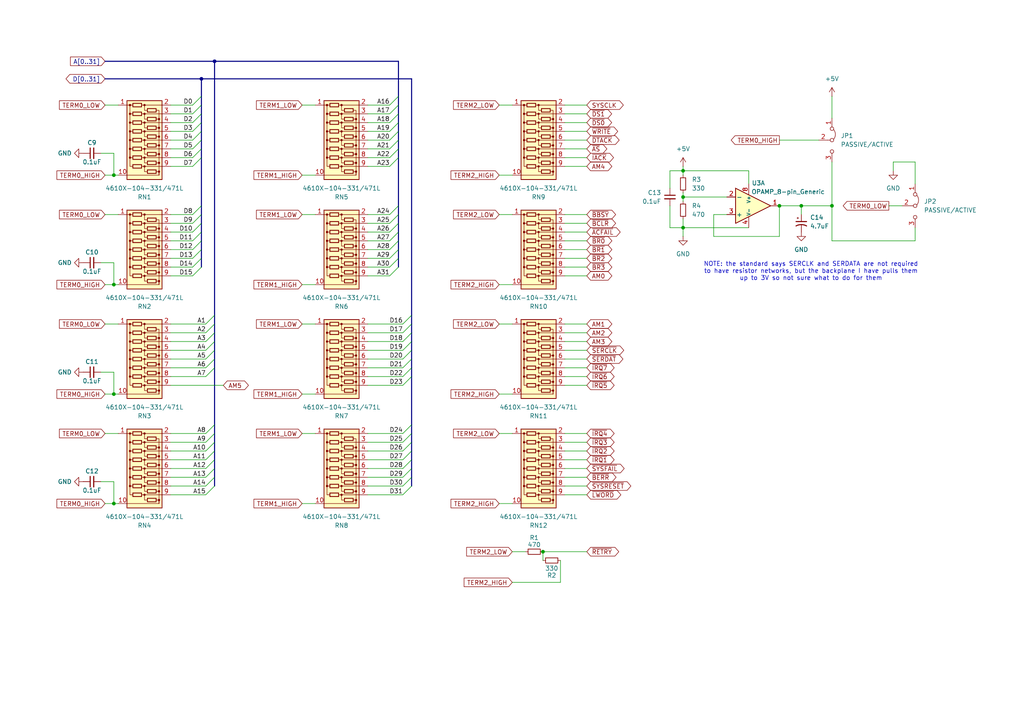
<source format=kicad_sch>
(kicad_sch (version 20231120) (generator "eeschema") (generator_version "8.0")
  (paper "A4")
  (title_block (title "6-Slot Backplane") (rev "1"))
  (lib_symbols
    (symbol "Computie_Transceivers:R_Network_Dividers_x08_SIP_Small" (pin_names (offset 0) hide)
      (property "Reference" "RN" (at -12.7 0 90))
      (property "Value" "R_Network_Dividers_x08_SIP_Small" (at 12.7 0 90))
      (symbol "R_Network_Dividers_x08_SIP_Small_0_1"
        (rectangle (start -11.43 5.08) (end 11.43 -5.08) (stroke (width 0.254)) (fill (type background)))
        (rectangle (start -10.668 3.3782) (end -9.652 0.8382) (stroke (width 0.254)))
        (circle (center -10.16 0) (radius 0.254) (fill (type outline)))
        (circle (center -10.16 4.2164) (radius 0.254) (fill (type outline)))
        (rectangle (start -9.144 -3.3782) (end -8.128 -0.8382) (stroke (width 0.254)))
        (rectangle (start -8.128 3.3782) (end -7.112 0.8382) (stroke (width 0.254)))
        (circle (center -7.62 0) (radius 0.254) (fill (type outline)))
        (circle (center -7.62 4.2164) (radius 0.254) (fill (type outline)))
        (rectangle (start -6.604 -3.3782) (end -5.588 -0.8382) (stroke (width 0.254)))
        (circle (center -6.096 -4.2164) (radius 0.254) (fill (type outline)))
        (rectangle (start -5.588 3.3782) (end -4.572 0.8382) (stroke (width 0.254)))
        (circle (center -5.08 0) (radius 0.254) (fill (type outline)))
        (circle (center -5.08 4.2164) (radius 0.254) (fill (type outline)))
        (rectangle (start -4.064 -3.3782) (end -3.048 -0.8382) (stroke (width 0.254)))
        (circle (center -3.556 -4.2164) (radius 0.254) (fill (type outline)))
        (rectangle (start -3.048 3.3782) (end -2.032 0.8382) (stroke (width 0.254)))
        (circle (center -2.54 0) (radius 0.254) (fill (type outline)))
        (circle (center -2.54 4.2164) (radius 0.254) (fill (type outline)))
        (rectangle (start -1.524 -3.3782) (end -0.508 -0.8382) (stroke (width 0.254)))
        (circle (center -1.016 -4.2164) (radius 0.254) (fill (type outline)))
        (rectangle (start -0.508 3.3782) (end 0.508 0.8382) (stroke (width 0.254)))
        (polyline (pts (xy -10.16 -5.08) (xy -10.16 0.8382)))
        (polyline (pts (xy -10.16 5.08) (xy -10.16 3.3782)))
        (polyline (pts (xy -8.89 -3.81) (xy -8.89 -3.81)))
        (polyline (pts (xy -7.621 4.216) (xy -7.621 3.368)))
        (polyline (pts (xy -7.62 -5.08) (xy -7.62 0.8382)))
        (polyline (pts (xy -5.08 -5.08) (xy -5.08 0.8382)))
        (polyline (pts (xy -2.544 4.215) (xy -2.544 3.372)))
        (polyline (pts (xy -2.54 -5.08) (xy -2.54 0.8382)))
        (polyline (pts (xy 0 -5.08) (xy 0 0.8382)))
        (polyline (pts (xy 2.54 -5.08) (xy 2.54 0.8382)))
        (polyline (pts (xy 5.08 -5.08) (xy 5.08 0.8382)))
        (polyline (pts (xy 6.61 -4.209) (xy 6.61 -3.358)))
        (polyline (pts (xy 7.62 -5.08) (xy 7.62 0.8382)))
        (polyline (pts (xy 10.16 -4.2164) (xy 10.16 5.08)))
        (polyline (pts (xy -10.16 0) (xy -8.636 0) (xy -8.636 -0.8382)))
        (polyline (pts (xy -10.16 4.2164) (xy -5.08 4.2164) (xy -5.08 3.3782)))
        (polyline (pts (xy -7.62 0) (xy -6.096 0) (xy -6.096 -0.8382)))
        (polyline (pts (xy -6.096 -4.206) (xy -8.644 -4.206) (xy -8.644 -3.371)))
        (polyline (pts (xy -5.08 0) (xy -3.556 0) (xy -3.556 -0.8382)))
        (polyline (pts (xy -5.08 4.2164) (xy 0 4.2164) (xy 0 3.3782)))
        (polyline (pts (xy -3.55 -4.203) (xy -6.096 -4.203) (xy -6.096 -3.354)))
        (polyline (pts (xy -2.54 0) (xy -1.016 0) (xy -1.016 -0.8382)))
        (polyline (pts (xy -2.54 4.2164) (xy 2.54 4.2164) (xy 2.54 3.3782)))
        (polyline (pts (xy -1.016 -4.203) (xy -3.553 -4.203) (xy -3.553 -3.377)))
        (polyline (pts (xy 0 0) (xy 1.524 0) (xy 1.524 -0.8382)))
        (polyline (pts (xy 0 4.2164) (xy 5.08 4.2164) (xy 5.08 3.3782)))
        (polyline (pts (xy 1.519 -4.209) (xy -1.018 -4.209) (xy -1.018 -3.374)))
        (polyline (pts (xy 2.54 0) (xy 4.064 0) (xy 4.064 -0.8382)))
        (polyline (pts (xy 2.54 4.2164) (xy 7.62 4.2164) (xy 7.62 3.3782)))
        (polyline (pts (xy 4.063 -4.213) (xy 1.52 -4.213) (xy 1.52 -3.367)))
        (polyline (pts (xy 4.064 -3.3782) (xy 4.064 -4.2164) (xy 10.16 -4.2164)))
        (polyline (pts (xy 5.08 0) (xy 6.604 0) (xy 6.604 -0.8382)))
        (polyline (pts (xy 7.62 0) (xy 9.144 0) (xy 9.144 -0.8382)))
        (polyline (pts (xy 9.144 -3.3782) (xy 9.144 -4.2164) (xy 10.16 -4.2164)))
        (circle (center 0 0) (radius 0.254) (fill (type outline)))
        (circle (center 0 4.2164) (radius 0.254) (fill (type outline)))
        (rectangle (start 1.016 -3.3782) (end 2.032 -0.8382) (stroke (width 0.254)))
        (circle (center 1.524 -4.2164) (radius 0.254) (fill (type outline)))
        (rectangle (start 2.032 3.3782) (end 3.048 0.8382) (stroke (width 0.254)))
        (circle (center 2.54 0) (radius 0.254) (fill (type outline)))
        (circle (center 2.54 4.2164) (radius 0.254) (fill (type outline)))
        (rectangle (start 3.556 -3.3782) (end 4.572 -0.8382) (stroke (width 0.254)))
        (circle (center 4.064 -4.2164) (radius 0.254) (fill (type outline)))
        (rectangle (start 4.572 3.3782) (end 5.588 0.8382) (stroke (width 0.254)))
        (circle (center 5.08 0) (radius 0.254) (fill (type outline)))
        (circle (center 5.08 4.2164) (radius 0.254) (fill (type outline)))
        (rectangle (start 6.096 -3.3782) (end 7.112 -0.8382) (stroke (width 0.254)))
        (circle (center 6.604 -4.2164) (radius 0.254) (fill (type outline)))
        (rectangle (start 7.112 3.3782) (end 8.128 0.8382) (stroke (width 0.254)))
        (circle (center 7.62 0) (radius 0.254) (fill (type outline)))
        (rectangle (start 8.636 -3.3782) (end 9.652 -0.8382) (stroke (width 0.254)))
        (circle (center 9.144 -4.2164) (radius 0.254) (fill (type outline)))
      )
      (symbol "R_Network_Dividers_x08_SIP_Small_1_1"
        (pin passive line (at -10.16 7.62 270) (length 2.54) (name "COM1") (number "1"))
        (pin passive line (at 10.16 7.62 270) (length 2.54) (name "COM2") (number "10"))
        (pin passive line (at -10.16 -7.62 90) (length 2.54) (name "R1") (number "2"))
        (pin passive line (at -7.62 -7.62 90) (length 2.54) (name "R2") (number "3"))
        (pin passive line (at -5.08 -7.62 90) (length 2.54) (name "R3") (number "4"))
        (pin passive line (at -2.54 -7.62 90) (length 2.54) (name "R4") (number "5"))
        (pin passive line (at 0 -7.62 90) (length 2.54) (name "R5") (number "6"))
        (pin passive line (at 2.54 -7.62 90) (length 2.54) (name "R6") (number "7"))
        (pin passive line (at 5.08 -7.62 90) (length 2.54) (name "R7") (number "8"))
        (pin passive line (at 7.62 -7.62 90) (length 2.54) (name "R8") (number "9"))
      )
    )
    (symbol "Device:C_Polarized_Small_US" (pin_numbers hide) (pin_names (offset 0.254) hide)
      (property "Reference" "C" (at 0.254 1.778 0))
      (property "Value" "C_Polarized_Small_US" (at 0.254 -2.032 0))
      (symbol "C_Polarized_Small_US_0_1"
        (polyline (pts (xy -1.524 0.508) (xy 1.524 0.508)) (stroke (width 0.3048)))
        (polyline (pts (xy -1.27 1.524) (xy -0.762 1.524)))
        (polyline (pts (xy -1.016 1.27) (xy -1.016 1.778)))
        (arc (start 1.524 -0.762) (mid 0 -0.3734) (end -1.524 -0.762) (stroke (width 0.3048)))
      )
      (symbol "C_Polarized_Small_US_1_1"
        (pin passive line (at 0 2.54 270) (length 2.032) (name "~") (number "1"))
        (pin passive line (at 0 -2.54 90) (length 2.032) (name "~") (number "2"))
      )
    )
    (symbol "Device:C_Small" (pin_numbers hide) (pin_names (offset 0.254) hide)
      (property "Reference" "C" (at 0.254 1.778 0))
      (property "Value" "C_Small" (at 0.254 -2.032 0))
      (symbol "C_Small_0_1"
        (polyline (pts (xy -1.524 -0.508) (xy 1.524 -0.508)) (stroke (width 0.3302)))
        (polyline (pts (xy -1.524 0.508) (xy 1.524 0.508)) (stroke (width 0.3048)))
      )
      (symbol "C_Small_1_1"
        (pin passive line (at 0 2.54 270) (length 2.032) (name "~") (number "1"))
        (pin passive line (at 0 -2.54 90) (length 2.032) (name "~") (number "2"))
      )
    )
    (symbol "Device:R_Small" (pin_numbers hide) (pin_names (offset 0.254) hide)
      (property "Reference" "R" (at 0.762 0.508 0))
      (property "Value" "R_Small" (at 0.762 -1.016 0))
      (symbol "R_Small_0_1"
        (rectangle (start -0.762 1.778) (end 0.762 -1.778) (stroke (width 0.2032)))
      )
      (symbol "R_Small_1_1"
        (pin passive line (at 0 2.54 270) (length 0.762) (name "~") (number "1"))
        (pin passive line (at 0 -2.54 90) (length 0.762) (name "~") (number "2"))
      )
    )
    (symbol "Jumper:Jumper_3_Bridged12" (pin_names (offset 0) hide) (exclude_from_sim yes) (in_bom no)
      (property "Reference" "JP" (at -2.54 -2.54 0))
      (property "Value" "Jumper_3_Bridged12" (at 0 2.794 0))
      (symbol "Jumper_3_Bridged12_0_0"
        (circle (center -3.302 0) (radius 0.508))
        (circle (center 0 0) (radius 0.508))
        (circle (center 3.302 0) (radius 0.508))
      )
      (symbol "Jumper_3_Bridged12_0_1"
        (arc (start -0.254 0.508) (mid -1.651 0.9912) (end -3.048 0.508))
        (polyline (pts (xy 0 -1.27) (xy 0 -0.508)))
      )
      (symbol "Jumper_3_Bridged12_1_1"
        (pin passive line (at -6.35 0 0) (length 2.54) (name "A") (number "1"))
        (pin passive line (at 0 -3.81 90) (length 2.54) (name "C") (number "2"))
        (pin passive line (at 6.35 0 180) (length 2.54) (name "B") (number "3"))
      )
    )
    (symbol "PCM_Amplifier_Operational_AKL:OPAMP_Dual_Generic" (pin_names (offset 0.2))
      (property "Reference" "U" (at 1.27 6.35 0))
      (property "Value" "OPAMP_Dual_Generic" (at 1.27 3.81 0))
      (symbol "OPAMP_Dual_Generic_0_1"
        (polyline (pts (xy -3.81 5.08) (xy -3.81 -5.08) (xy 6.35 0) (xy -3.81 5.08)) (stroke (width 0.254)) (fill (type background)))
      )
      (symbol "OPAMP_Dual_Generic_1_1"
        (pin output line (at 8.89 0 180) (length 2.54) (name "~") (number "1"))
        (pin input line (at -6.35 2.54 0) (length 2.54) (name "-") (number "2"))
        (pin input line (at -6.35 -2.54 0) (length 2.54) (name "+") (number "3"))
        (pin power_in line (at 0 -6.35 90) (length 3.18) (name "V-") (number "4"))
        (pin power_in line (at 0 6.35 270) (length 3.18) (name "V+") (number "8"))
      )
      (symbol "OPAMP_Dual_Generic_2_1"
        (pin input line (at -6.35 -2.54 0) (length 2.54) (name "+") (number "5"))
        (pin input line (at -6.35 2.54 0) (length 2.54) (name "-") (number "6"))
        (pin output line (at 8.89 0 180) (length 2.54) (name "~") (number "7"))
      )
    )
    (symbol "power:+5V" (power) (pin_numbers hide) (pin_names (offset 0) hide)
      (property "Value" "+5V" (at 0 3.556 0))
      (symbol "+5V_0_1"
        (polyline (pts (xy -0.762 1.27) (xy 0 2.54)))
        (polyline (pts (xy 0 0) (xy 0 2.54)))
        (polyline (pts (xy 0 2.54) (xy 0.762 1.27)))
      )
      (symbol "+5V_1_1"
        (pin power_in line (at 0 0 90) (length 0) (name "~") (number "1"))
      )
    )
    (symbol "power:GND" (power) (pin_numbers hide) (pin_names (offset 0) hide)
      (property "Value" "GND" (at 0 -3.81 0))
      (symbol "GND_0_1"
        (polyline (pts (xy 0 0) (xy 0 -1.27) (xy 1.27 -1.27) (xy 0 -2.54) (xy -1.27 -1.27) (xy 0 -1.27)))
      )
      (symbol "GND_1_1"
        (pin power_in line (at 0 0 270) (length 0) (name "~") (number "1"))
      )
    )
  )
  (junction (at 198.12 57.15))
  (junction (at 226.06 59.69))
  (junction (at 58.42 22.86))
  (junction (at 62.23 17.78))
  (junction (at 198.12 66.04))
  (junction (at 241.3 59.69))
  (junction (at 33.02 146.05))
  (junction (at 157.48 160.02))
  (junction (at 232.41 59.69))
  (junction (at 33.02 82.55))
  (junction (at 198.12 49.53))
  (junction (at 33.02 114.3))
  (junction (at 33.02 50.8))
  (bus_entry (at 113.03 80.01) (size 2.54 -2.54))
  (bus_entry (at 113.03 69.85) (size 2.54 -2.54))
  (bus_entry (at 116.84 130.81) (size 2.54 -2.54))
  (bus_entry (at 55.88 64.77) (size 2.54 -2.54))
  (bus_entry (at 55.88 33.02) (size 2.54 -2.54))
  (bus_entry (at 59.69 106.68) (size 2.54 -2.54))
  (bus_entry (at 116.84 128.27) (size 2.54 -2.54))
  (bus_entry (at 113.03 74.93) (size 2.54 -2.54))
  (bus_entry (at 55.88 74.93) (size 2.54 -2.54))
  (bus_entry (at 59.69 99.06) (size 2.54 -2.54))
  (bus_entry (at 55.88 43.18) (size 2.54 -2.54))
  (bus_entry (at 116.84 111.76) (size 2.54 -2.54))
  (bus_entry (at 59.69 93.98) (size 2.54 -2.54))
  (bus_entry (at 113.03 67.31) (size 2.54 -2.54))
  (bus_entry (at 116.84 104.14) (size 2.54 -2.54))
  (bus_entry (at 55.88 45.72) (size 2.54 -2.54))
  (bus_entry (at 113.03 72.39) (size 2.54 -2.54))
  (bus_entry (at 113.03 40.64) (size 2.54 -2.54))
  (bus_entry (at 55.88 62.23) (size 2.54 -2.54))
  (bus_entry (at 116.84 140.97) (size 2.54 -2.54))
  (bus_entry (at 113.03 43.18) (size 2.54 -2.54))
  (bus_entry (at 116.84 101.6) (size 2.54 -2.54))
  (bus_entry (at 116.84 93.98) (size 2.54 -2.54))
  (bus_entry (at 55.88 80.01) (size 2.54 -2.54))
  (bus_entry (at 59.69 138.43) (size 2.54 -2.54))
  (bus_entry (at 113.03 62.23) (size 2.54 -2.54))
  (bus_entry (at 113.03 35.56) (size 2.54 -2.54))
  (bus_entry (at 59.69 133.35) (size 2.54 -2.54))
  (bus_entry (at 55.88 38.1) (size 2.54 -2.54))
  (bus_entry (at 113.03 77.47) (size 2.54 -2.54))
  (bus_entry (at 59.69 143.51) (size 2.54 -2.54))
  (bus_entry (at 59.69 104.14) (size 2.54 -2.54))
  (bus_entry (at 59.69 125.73) (size 2.54 -2.54))
  (bus_entry (at 116.84 133.35) (size 2.54 -2.54))
  (bus_entry (at 55.88 48.26) (size 2.54 -2.54))
  (bus_entry (at 116.84 96.52) (size 2.54 -2.54))
  (bus_entry (at 116.84 143.51) (size 2.54 -2.54))
  (bus_entry (at 59.69 135.89) (size 2.54 -2.54))
  (bus_entry (at 113.03 45.72) (size 2.54 -2.54))
  (bus_entry (at 116.84 109.22) (size 2.54 -2.54))
  (bus_entry (at 59.69 101.6) (size 2.54 -2.54))
  (bus_entry (at 116.84 138.43) (size 2.54 -2.54))
  (bus_entry (at 55.88 67.31) (size 2.54 -2.54))
  (bus_entry (at 116.84 125.73) (size 2.54 -2.54))
  (bus_entry (at 55.88 77.47) (size 2.54 -2.54))
  (bus_entry (at 113.03 33.02) (size 2.54 -2.54))
  (bus_entry (at 59.69 140.97) (size 2.54 -2.54))
  (bus_entry (at 113.03 30.48) (size 2.54 -2.54))
  (bus_entry (at 116.84 135.89) (size 2.54 -2.54))
  (bus_entry (at 55.88 40.64) (size 2.54 -2.54))
  (bus_entry (at 55.88 69.85) (size 2.54 -2.54))
  (bus_entry (at 55.88 30.48) (size 2.54 -2.54))
  (bus_entry (at 116.84 99.06) (size 2.54 -2.54))
  (bus_entry (at 55.88 35.56) (size 2.54 -2.54))
  (bus_entry (at 113.03 64.77) (size 2.54 -2.54))
  (bus_entry (at 113.03 38.1) (size 2.54 -2.54))
  (bus_entry (at 59.69 130.81) (size 2.54 -2.54))
  (bus_entry (at 59.69 109.22) (size 2.54 -2.54))
  (bus_entry (at 55.88 72.39) (size 2.54 -2.54))
  (bus_entry (at 113.03 48.26) (size 2.54 -2.54))
  (bus_entry (at 59.69 96.52) (size 2.54 -2.54))
  (bus_entry (at 59.69 128.27) (size 2.54 -2.54))
  (bus_entry (at 116.84 106.68) (size 2.54 -2.54))
  (bus (pts (xy 115.57 69.85) (xy 115.57 72.39)))
  (bus (pts (xy 119.38 125.73) (xy 119.38 128.27)))
  (bus (pts (xy 119.38 135.89) (xy 119.38 138.43)))
  (wire (pts (xy 241.3 69.85) (xy 241.3 59.69)))
  (wire (pts (xy 49.53 135.89) (xy 59.69 135.89)))
  (wire (pts (xy 148.59 160.02) (xy 152.4 160.02)))
  (wire (pts (xy 49.53 96.52) (xy 59.69 96.52)))
  (wire (pts (xy 241.3 59.69) (xy 241.3 46.99)))
  (wire (pts (xy 49.53 43.18) (xy 55.88 43.18)))
  (bus (pts (xy 115.57 45.72) (xy 115.57 59.69)))
  (wire (pts (xy 163.83 80.01) (xy 170.18 80.01)))
  (bus (pts (xy 62.23 106.68) (xy 62.23 104.14)))
  (wire (pts (xy 163.83 109.22) (xy 170.18 109.22)))
  (wire (pts (xy 106.68 43.18) (xy 113.03 43.18)))
  (bus (pts (xy 30.48 22.86) (xy 58.42 22.86)))
  (bus (pts (xy 58.42 30.48) (xy 58.42 33.02)))
  (wire (pts (xy 49.53 93.98) (xy 59.69 93.98)))
  (wire (pts (xy 49.53 64.77) (xy 55.88 64.77)))
  (bus (pts (xy 119.38 109.22) (xy 119.38 123.19)))
  (bus (pts (xy 119.38 106.68) (xy 119.38 109.22)))
  (wire (pts (xy 232.41 59.69) (xy 241.3 59.69)))
  (wire (pts (xy 33.02 82.55) (xy 34.29 82.55)))
  (wire (pts (xy 106.68 96.52) (xy 116.84 96.52)))
  (bus (pts (xy 58.42 69.85) (xy 58.42 72.39)))
  (wire (pts (xy 49.53 72.39) (xy 55.88 72.39)))
  (bus (pts (xy 115.57 64.77) (xy 115.57 67.31)))
  (bus (pts (xy 58.42 45.72) (xy 58.42 59.69)))
  (wire (pts (xy 163.83 35.56) (xy 170.18 35.56)))
  (wire (pts (xy 106.68 135.89) (xy 116.84 135.89)))
  (wire (pts (xy 259.08 49.53) (xy 259.08 46.99)))
  (wire (pts (xy 157.48 160.02) (xy 170.18 160.02)))
  (wire (pts (xy 106.68 33.02) (xy 113.03 33.02)))
  (wire (pts (xy 163.83 135.89) (xy 170.18 135.89)))
  (wire (pts (xy 265.43 46.99) (xy 265.43 53.34)))
  (wire (pts (xy 49.53 77.47) (xy 55.88 77.47)))
  (bus (pts (xy 58.42 59.69) (xy 58.42 62.23)))
  (bus (pts (xy 119.38 93.98) (xy 119.38 96.52)))
  (wire (pts (xy 30.48 146.05) (xy 33.02 146.05)))
  (bus (pts (xy 115.57 74.93) (xy 115.57 77.47)))
  (wire (pts (xy 194.31 54.61) (xy 194.31 49.53)))
  (wire (pts (xy 163.83 104.14) (xy 170.18 104.14)))
  (wire (pts (xy 30.48 93.98) (xy 34.29 93.98)))
  (wire (pts (xy 194.31 66.04) (xy 198.12 66.04)))
  (bus (pts (xy 119.38 104.14) (xy 119.38 106.68)))
  (wire (pts (xy 198.12 49.53) (xy 198.12 50.8)))
  (bus (pts (xy 58.42 64.77) (xy 58.42 67.31)))
  (wire (pts (xy 33.02 44.45) (xy 33.02 50.8)))
  (wire (pts (xy 106.68 30.48) (xy 113.03 30.48)))
  (wire (pts (xy 106.68 99.06) (xy 116.84 99.06)))
  (wire (pts (xy 163.83 138.43) (xy 170.18 138.43)))
  (wire (pts (xy 49.53 62.23) (xy 55.88 62.23)))
  (bus (pts (xy 62.23 17.78) (xy 62.23 91.44)))
  (bus (pts (xy 58.42 35.56) (xy 58.42 38.1)))
  (wire (pts (xy 194.31 59.69) (xy 194.31 66.04)))
  (wire (pts (xy 106.68 138.43) (xy 116.84 138.43)))
  (wire (pts (xy 30.48 82.55) (xy 33.02 82.55)))
  (wire (pts (xy 49.53 104.14) (xy 59.69 104.14)))
  (bus (pts (xy 119.38 91.44) (xy 119.38 93.98)))
  (wire (pts (xy 106.68 133.35) (xy 116.84 133.35)))
  (wire (pts (xy 49.53 69.85) (xy 55.88 69.85)))
  (wire (pts (xy 163.83 128.27) (xy 170.18 128.27)))
  (wire (pts (xy 33.02 139.7) (xy 33.02 146.05)))
  (wire (pts (xy 163.83 101.6) (xy 170.18 101.6)))
  (wire (pts (xy 106.68 74.93) (xy 113.03 74.93)))
  (wire (pts (xy 49.53 48.26) (xy 55.88 48.26)))
  (bus (pts (xy 62.23 99.06) (xy 62.23 96.52)))
  (wire (pts (xy 226.06 59.69) (xy 232.41 59.69)))
  (wire (pts (xy 49.53 133.35) (xy 59.69 133.35)))
  (wire (pts (xy 194.31 49.53) (xy 198.12 49.53)))
  (bus (pts (xy 119.38 123.19) (xy 119.38 125.73)))
  (bus (pts (xy 115.57 38.1) (xy 115.57 40.64)))
  (bus (pts (xy 62.23 91.44) (xy 62.23 93.98)))
  (wire (pts (xy 163.83 45.72) (xy 170.18 45.72)))
  (wire (pts (xy 163.83 43.18) (xy 170.18 43.18)))
  (bus (pts (xy 115.57 17.78) (xy 115.57 27.94)))
  (wire (pts (xy 163.83 99.06) (xy 170.18 99.06)))
  (bus (pts (xy 119.38 128.27) (xy 119.38 130.81)))
  (wire (pts (xy 144.78 114.3) (xy 148.59 114.3)))
  (wire (pts (xy 106.68 106.68) (xy 116.84 106.68)))
  (wire (pts (xy 106.68 72.39) (xy 113.03 72.39)))
  (wire (pts (xy 49.53 80.01) (xy 55.88 80.01)))
  (wire (pts (xy 163.83 48.26) (xy 170.18 48.26)))
  (wire (pts (xy 163.83 62.23) (xy 170.18 62.23)))
  (wire (pts (xy 163.83 125.73) (xy 170.18 125.73)))
  (wire (pts (xy 106.68 38.1) (xy 113.03 38.1)))
  (wire (pts (xy 87.63 114.3) (xy 91.44 114.3)))
  (wire (pts (xy 226.06 40.64) (xy 237.49 40.64)))
  (wire (pts (xy 29.21 44.45) (xy 33.02 44.45)))
  (wire (pts (xy 163.83 130.81) (xy 170.18 130.81)))
  (wire (pts (xy 106.68 125.73) (xy 116.84 125.73)))
  (wire (pts (xy 163.83 96.52) (xy 170.18 96.52)))
  (bus (pts (xy 62.23 104.14) (xy 62.23 101.6)))
  (wire (pts (xy 198.12 57.15) (xy 210.82 57.15)))
  (bus (pts (xy 119.38 99.06) (xy 119.38 101.6)))
  (wire (pts (xy 198.12 57.15) (xy 198.12 58.42)))
  (wire (pts (xy 148.59 168.91) (xy 162.56 168.91)))
  (wire (pts (xy 33.02 146.05) (xy 34.29 146.05)))
  (wire (pts (xy 106.68 62.23) (xy 113.03 62.23)))
  (bus (pts (xy 62.23 106.68) (xy 62.23 123.19)))
  (wire (pts (xy 29.21 107.95) (xy 33.02 107.95)))
  (wire (pts (xy 49.53 140.97) (xy 59.69 140.97)))
  (bus (pts (xy 58.42 62.23) (xy 58.42 64.77)))
  (wire (pts (xy 217.17 49.53) (xy 198.12 49.53)))
  (wire (pts (xy 29.21 76.2) (xy 33.02 76.2)))
  (bus (pts (xy 62.23 123.19) (xy 62.23 125.73)))
  (bus (pts (xy 119.38 101.6) (xy 119.38 104.14)))
  (wire (pts (xy 162.56 162.56) (xy 162.56 168.91)))
  (wire (pts (xy 207.01 62.23) (xy 207.01 68.58)))
  (wire (pts (xy 210.82 62.23) (xy 207.01 62.23)))
  (wire (pts (xy 106.68 69.85) (xy 113.03 69.85)))
  (bus (pts (xy 62.23 138.43) (xy 62.23 140.97)))
  (wire (pts (xy 241.3 27.94) (xy 241.3 34.29)))
  (bus (pts (xy 119.38 130.81) (xy 119.38 133.35)))
  (bus (pts (xy 62.23 125.73) (xy 62.23 128.27)))
  (wire (pts (xy 163.83 40.64) (xy 170.18 40.64)))
  (wire (pts (xy 198.12 55.88) (xy 198.12 57.15)))
  (wire (pts (xy 29.21 139.7) (xy 33.02 139.7)))
  (bus (pts (xy 58.42 74.93) (xy 58.42 77.47)))
  (wire (pts (xy 33.02 50.8) (xy 34.29 50.8)))
  (bus (pts (xy 62.23 101.6) (xy 62.23 99.06)))
  (wire (pts (xy 49.53 109.22) (xy 59.69 109.22)))
  (wire (pts (xy 217.17 53.34) (xy 217.17 49.53)))
  (wire (pts (xy 49.53 99.06) (xy 59.69 99.06)))
  (wire (pts (xy 163.83 74.93) (xy 170.18 74.93)))
  (bus (pts (xy 58.42 33.02) (xy 58.42 35.56)))
  (wire (pts (xy 163.83 77.47) (xy 170.18 77.47)))
  (wire (pts (xy 49.53 67.31) (xy 55.88 67.31)))
  (wire (pts (xy 49.53 30.48) (xy 55.88 30.48)))
  (wire (pts (xy 106.68 111.76) (xy 116.84 111.76)))
  (bus (pts (xy 119.38 91.44) (xy 119.38 22.86)))
  (wire (pts (xy 64.77 111.76) (xy 49.53 111.76)))
  (wire (pts (xy 157.48 160.02) (xy 157.48 162.56)))
  (wire (pts (xy 241.3 69.85) (xy 265.43 69.85)))
  (bus (pts (xy 58.42 38.1) (xy 58.42 40.64)))
  (bus (pts (xy 115.57 35.56) (xy 115.57 38.1)))
  (wire (pts (xy 198.12 48.26) (xy 198.12 49.53)))
  (wire (pts (xy 33.02 76.2) (xy 33.02 82.55)))
  (wire (pts (xy 49.53 74.93) (xy 55.88 74.93)))
  (wire (pts (xy 106.68 128.27) (xy 116.84 128.27)))
  (wire (pts (xy 49.53 45.72) (xy 55.88 45.72)))
  (wire (pts (xy 198.12 63.5) (xy 198.12 66.04)))
  (wire (pts (xy 49.53 128.27) (xy 59.69 128.27)))
  (bus (pts (xy 62.23 133.35) (xy 62.23 135.89)))
  (wire (pts (xy 106.68 40.64) (xy 113.03 40.64)))
  (wire (pts (xy 30.48 50.8) (xy 33.02 50.8)))
  (wire (pts (xy 217.17 66.04) (xy 198.12 66.04)))
  (bus (pts (xy 58.42 72.39) (xy 58.42 74.93)))
  (wire (pts (xy 163.83 140.97) (xy 170.18 140.97)))
  (bus (pts (xy 115.57 33.02) (xy 115.57 35.56)))
  (wire (pts (xy 163.83 69.85) (xy 170.18 69.85)))
  (wire (pts (xy 163.83 67.31) (xy 170.18 67.31)))
  (wire (pts (xy 106.68 143.51) (xy 116.84 143.51)))
  (wire (pts (xy 49.53 106.68) (xy 59.69 106.68)))
  (wire (pts (xy 106.68 64.77) (xy 113.03 64.77)))
  (wire (pts (xy 106.68 109.22) (xy 116.84 109.22)))
  (bus (pts (xy 115.57 30.48) (xy 115.57 33.02)))
  (wire (pts (xy 144.78 125.73) (xy 148.59 125.73)))
  (wire (pts (xy 87.63 125.73) (xy 91.44 125.73)))
  (bus (pts (xy 58.42 67.31) (xy 58.42 69.85)))
  (wire (pts (xy 144.78 82.55) (xy 148.59 82.55)))
  (wire (pts (xy 49.53 101.6) (xy 59.69 101.6)))
  (wire (pts (xy 106.68 80.01) (xy 113.03 80.01)))
  (wire (pts (xy 163.83 106.68) (xy 170.18 106.68)))
  (wire (pts (xy 106.68 140.97) (xy 116.84 140.97)))
  (wire (pts (xy 87.63 30.48) (xy 91.44 30.48)))
  (wire (pts (xy 87.63 50.8) (xy 91.44 50.8)))
  (bus (pts (xy 115.57 27.94) (xy 115.57 30.48)))
  (wire (pts (xy 232.41 59.69) (xy 232.41 62.23)))
  (wire (pts (xy 49.53 38.1) (xy 55.88 38.1)))
  (wire (pts (xy 163.83 111.76) (xy 170.18 111.76)))
  (bus (pts (xy 115.57 62.23) (xy 115.57 64.77)))
  (bus (pts (xy 115.57 67.31) (xy 115.57 69.85)))
  (wire (pts (xy 106.68 130.81) (xy 116.84 130.81)))
  (wire (pts (xy 259.08 46.99) (xy 265.43 46.99)))
  (bus (pts (xy 62.23 130.81) (xy 62.23 133.35)))
  (wire (pts (xy 144.78 146.05) (xy 148.59 146.05)))
  (wire (pts (xy 106.68 45.72) (xy 113.03 45.72)))
  (wire (pts (xy 163.83 93.98) (xy 170.18 93.98)))
  (bus (pts (xy 58.42 27.94) (xy 58.42 30.48)))
  (wire (pts (xy 106.68 67.31) (xy 113.03 67.31)))
  (wire (pts (xy 49.53 125.73) (xy 59.69 125.73)))
  (wire (pts (xy 257.81 59.69) (xy 261.62 59.69)))
  (bus (pts (xy 62.23 93.98) (xy 62.23 96.52)))
  (bus (pts (xy 58.42 43.18) (xy 58.42 45.72)))
  (wire (pts (xy 49.53 40.64) (xy 55.88 40.64)))
  (bus (pts (xy 30.48 17.78) (xy 62.23 17.78)))
  (wire (pts (xy 163.83 38.1) (xy 170.18 38.1)))
  (wire (pts (xy 87.63 93.98) (xy 91.44 93.98)))
  (wire (pts (xy 87.63 62.23) (xy 91.44 62.23)))
  (bus (pts (xy 58.42 40.64) (xy 58.42 43.18)))
  (wire (pts (xy 106.68 104.14) (xy 116.84 104.14)))
  (bus (pts (xy 58.42 22.86) (xy 58.42 27.94)))
  (wire (pts (xy 265.43 66.04) (xy 265.43 69.85)))
  (wire (pts (xy 163.83 133.35) (xy 170.18 133.35)))
  (wire (pts (xy 49.53 130.81) (xy 59.69 130.81)))
  (wire (pts (xy 163.83 72.39) (xy 170.18 72.39)))
  (wire (pts (xy 106.68 48.26) (xy 113.03 48.26)))
  (bus (pts (xy 119.38 138.43) (xy 119.38 140.97)))
  (wire (pts (xy 49.53 33.02) (xy 55.88 33.02)))
  (bus (pts (xy 115.57 59.69) (xy 115.57 62.23)))
  (wire (pts (xy 207.01 68.58) (xy 226.06 68.58)))
  (wire (pts (xy 87.63 82.55) (xy 91.44 82.55)))
  (wire (pts (xy 144.78 50.8) (xy 148.59 50.8)))
  (wire (pts (xy 106.68 35.56) (xy 113.03 35.56)))
  (wire (pts (xy 163.83 30.48) (xy 170.18 30.48)))
  (bus (pts (xy 62.23 17.78) (xy 115.57 17.78)))
  (bus (pts (xy 62.23 128.27) (xy 62.23 130.81)))
  (wire (pts (xy 33.02 107.95) (xy 33.02 114.3)))
  (wire (pts (xy 49.53 143.51) (xy 59.69 143.51)))
  (wire (pts (xy 87.63 146.05) (xy 91.44 146.05)))
  (bus (pts (xy 119.38 22.86) (xy 58.42 22.86)))
  (bus (pts (xy 119.38 133.35) (xy 119.38 135.89)))
  (bus (pts (xy 62.23 135.89) (xy 62.23 138.43)))
  (wire (pts (xy 144.78 93.98) (xy 148.59 93.98)))
  (bus (pts (xy 115.57 43.18) (xy 115.57 45.72)))
  (bus (pts (xy 119.38 96.52) (xy 119.38 99.06)))
  (wire (pts (xy 49.53 35.56) (xy 55.88 35.56)))
  (wire (pts (xy 144.78 62.23) (xy 148.59 62.23)))
  (wire (pts (xy 226.06 68.58) (xy 226.06 59.69)))
  (wire (pts (xy 163.83 143.51) (xy 170.18 143.51)))
  (wire (pts (xy 30.48 30.48) (xy 34.29 30.48)))
  (wire (pts (xy 33.02 114.3) (xy 34.29 114.3)))
  (wire (pts (xy 106.68 101.6) (xy 116.84 101.6)))
  (wire (pts (xy 30.48 125.73) (xy 34.29 125.73)))
  (bus (pts (xy 115.57 72.39) (xy 115.57 74.93)))
  (wire (pts (xy 144.78 30.48) (xy 148.59 30.48)))
  (wire (pts (xy 106.68 77.47) (xy 113.03 77.47)))
  (bus (pts (xy 115.57 40.64) (xy 115.57 43.18)))
  (wire (pts (xy 163.83 33.02) (xy 170.18 33.02)))
  (wire (pts (xy 49.53 138.43) (xy 59.69 138.43)))
  (wire (pts (xy 30.48 62.23) (xy 34.29 62.23)))
  (wire (pts (xy 198.12 66.04) (xy 198.12 68.58)))
  (wire (pts (xy 106.68 93.98) (xy 116.84 93.98)))
  (wire (pts (xy 163.83 64.77) (xy 170.18 64.77)))
  (wire (pts (xy 30.48 114.3) (xy 33.02 114.3)))
  (text "NOTE: the standard says SERCLK and SERDATA are not required\nto have resistor networks, but the backplane I have pulls them\nup to 3V so not sure what to do for them" (at 235.204 78.74 0) (effects (font (size 1.27 1.27))))
  (label "A28" (at 113.03 72.39 180))
  (label "D21" (at 116.84 106.68 180))
  (label "D1" (at 55.88 33.02 180))
  (label "D29" (at 116.84 138.43 180))
  (label "D0" (at 55.88 30.48 180))
  (label "A24" (at 113.03 62.23 180))
  (label "D2" (at 55.88 35.56 180))
  (label "A23" (at 113.03 48.26 180))
  (label "D3" (at 55.88 38.1 180))
  (label "A27" (at 113.03 69.85 180))
  (label "D16" (at 116.84 93.98 180))
  (label "A25" (at 113.03 64.77 180))
  (label "D19" (at 116.84 101.6 180))
  (label "D15" (at 55.88 80.01 180))
  (label "A21" (at 113.03 43.18 180))
  (label "D10" (at 55.88 67.31 180))
  (label "A30" (at 113.03 77.47 180))
  (label "A3" (at 59.69 99.06 180))
  (label "D27" (at 116.84 133.35 180))
  (label "D31" (at 116.84 143.51 180))
  (label "A5" (at 59.69 104.14 180))
  (label "D5" (at 55.88 43.18 180))
  (label "A1" (at 59.69 93.98 180))
  (label "D26" (at 116.84 130.81 180))
  (label "A6" (at 59.69 106.68 180))
  (label "D4" (at 55.88 40.64 180))
  (label "A14" (at 59.69 140.97 180))
  (label "A19" (at 113.03 38.1 180))
  (label "D22" (at 116.84 109.22 180))
  (label "A18" (at 113.03 35.56 180))
  (label "A8" (at 59.69 125.73 180))
  (label "A31" (at 113.03 80.01 180))
  (label "D24" (at 116.84 125.73 180))
  (label "A13" (at 59.69 138.43 180))
  (label "A2" (at 59.69 96.52 180))
  (label "D9" (at 55.88 64.77 180))
  (label "A26" (at 113.03 67.31 180))
  (label "D11" (at 55.88 69.85 180))
  (label "D12" (at 55.88 72.39 180))
  (label "D17" (at 116.84 96.52 180))
  (label "D30" (at 116.84 140.97 180))
  (label "A17" (at 113.03 33.02 180))
  (label "D7" (at 55.88 48.26 180))
  (label "D8" (at 55.88 62.23 180))
  (label "A9" (at 59.69 128.27 180))
  (label "D14" (at 55.88 77.47 180))
  (label "D6" (at 55.88 45.72 180))
  (label "D20" (at 116.84 104.14 180))
  (label "D18" (at 116.84 99.06 180))
  (label "A16" (at 113.03 30.48 180))
  (label "A4" (at 59.69 101.6 180))
  (label "A15" (at 59.69 143.51 180))
  (label "A7" (at 59.69 109.22 180))
  (label "A11" (at 59.69 133.35 180))
  (label "D13" (at 55.88 74.93 180))
  (label "D25" (at 116.84 128.27 180))
  (label "A22" (at 113.03 45.72 180))
  (label "A10" (at 59.69 130.81 180))
  (label "D28" (at 116.84 135.89 180))
  (label "A20" (at 113.03 40.64 180))
  (label "D23" (at 116.84 111.76 180))
  (label "A12" (at 59.69 135.89 180))
  (label "A29" (at 113.03 74.93 180))
  (global_label "TERM2_LOW" (shape input) (at 144.78 125.73 180) (property "Intersheetrefs" "${INTERSHEET_REFS}" (effects (hide yes))))
  (global_label "~{BBSY}" (shape bidirectional) (at 170.18 62.23 0) (property "Intersheetrefs" "${INTERSHEET_REFS}" (effects (hide yes))))
  (global_label "~{SERCLK}" (shape bidirectional) (at 170.18 101.6 0) (property "Intersheetrefs" "${INTERSHEET_REFS}" (effects (hide yes))))
  (global_label "AM0" (shape bidirectional) (at 170.18 80.01 0) (property "Intersheetrefs" "${INTERSHEET_REFS}" (effects (hide yes))))
  (global_label "TERM1_HIGH" (shape input) (at 87.63 146.05 180) (property "Intersheetrefs" "${INTERSHEET_REFS}" (effects (hide yes))))
  (global_label "TERM0_HIGH" (shape input) (at 30.48 146.05 180) (property "Intersheetrefs" "${INTERSHEET_REFS}" (effects (hide yes))))
  (global_label "TERM2_HIGH" (shape input) (at 144.78 82.55 180) (property "Intersheetrefs" "${INTERSHEET_REFS}" (effects (hide yes))))
  (global_label "TERM0_HIGH" (shape input) (at 30.48 50.8 180) (property "Intersheetrefs" "${INTERSHEET_REFS}" (effects (hide yes))))
  (global_label "~{BERR}" (shape bidirectional) (at 170.18 138.43 0) (property "Intersheetrefs" "${INTERSHEET_REFS}" (effects (hide yes))))
  (global_label "TERM2_LOW" (shape input) (at 148.59 160.02 180) (property "Intersheetrefs" "${INTERSHEET_REFS}" (effects (hide yes))))
  (global_label "TERM0_HIGH" (shape output) (at 226.06 40.64 180) (property "Intersheetrefs" "${INTERSHEET_REFS}" (effects (hide yes))))
  (global_label "~{AS}" (shape bidirectional) (at 170.18 43.18 0) (property "Intersheetrefs" "${INTERSHEET_REFS}" (effects (hide yes))))
  (global_label "~{IRQ4}" (shape bidirectional) (at 170.18 125.73 0) (property "Intersheetrefs" "${INTERSHEET_REFS}" (effects (hide yes))))
  (global_label "~{IACK}" (shape bidirectional) (at 170.18 45.72 0) (property "Intersheetrefs" "${INTERSHEET_REFS}" (effects (hide yes))))
  (global_label "~{LWORD}" (shape bidirectional) (at 170.18 143.51 0) (property "Intersheetrefs" "${INTERSHEET_REFS}" (effects (hide yes))))
  (global_label "~{BCLR}" (shape bidirectional) (at 170.18 64.77 0) (property "Intersheetrefs" "${INTERSHEET_REFS}" (effects (hide yes))))
  (global_label "~{DTACK}" (shape bidirectional) (at 170.18 40.64 0) (property "Intersheetrefs" "${INTERSHEET_REFS}" (effects (hide yes))))
  (global_label "TERM0_HIGH" (shape input) (at 30.48 82.55 180) (property "Intersheetrefs" "${INTERSHEET_REFS}" (effects (hide yes))))
  (global_label "TERM2_LOW" (shape input) (at 144.78 93.98 180) (property "Intersheetrefs" "${INTERSHEET_REFS}" (effects (hide yes))))
  (global_label "TERM1_HIGH" (shape input) (at 87.63 114.3 180) (property "Intersheetrefs" "${INTERSHEET_REFS}" (effects (hide yes))))
  (global_label "TERM0_HIGH" (shape input) (at 30.48 114.3 180) (property "Intersheetrefs" "${INTERSHEET_REFS}" (effects (hide yes))))
  (global_label "AM5" (shape bidirectional) (at 64.77 111.76 0) (property "Intersheetrefs" "${INTERSHEET_REFS}" (effects (hide yes))))
  (global_label "~{IRQ7}" (shape bidirectional) (at 170.18 106.68 0) (property "Intersheetrefs" "${INTERSHEET_REFS}" (effects (hide yes))))
  (global_label "~{IRQ2}" (shape bidirectional) (at 170.18 130.81 0) (property "Intersheetrefs" "${INTERSHEET_REFS}" (effects (hide yes))))
  (global_label "TERM1_LOW" (shape input) (at 87.63 62.23 180) (property "Intersheetrefs" "${INTERSHEET_REFS}" (effects (hide yes))))
  (global_label "~{SYSRESET}" (shape bidirectional) (at 170.18 140.97 0) (property "Intersheetrefs" "${INTERSHEET_REFS}" (effects (hide yes))))
  (global_label "SYSCLK" (shape bidirectional) (at 170.18 30.48 0) (property "Intersheetrefs" "${INTERSHEET_REFS}" (effects (hide yes))))
  (global_label "TERM2_HIGH" (shape input) (at 144.78 50.8 180) (property "Intersheetrefs" "${INTERSHEET_REFS}" (effects (hide yes))))
  (global_label "AM3" (shape bidirectional) (at 170.18 99.06 0) (property "Intersheetrefs" "${INTERSHEET_REFS}" (effects (hide yes))))
  (global_label "~{BR2}" (shape bidirectional) (at 170.18 74.93 0) (property "Intersheetrefs" "${INTERSHEET_REFS}" (effects (hide yes))))
  (global_label "TERM2_LOW" (shape input) (at 144.78 30.48 180) (property "Intersheetrefs" "${INTERSHEET_REFS}" (effects (hide yes))))
  (global_label "TERM1_LOW" (shape input) (at 87.63 125.73 180) (property "Intersheetrefs" "${INTERSHEET_REFS}" (effects (hide yes))))
  (global_label "TERM0_LOW" (shape output) (at 257.81 59.69 180) (property "Intersheetrefs" "${INTERSHEET_REFS}" (effects (hide yes))))
  (global_label "AM1" (shape bidirectional) (at 170.18 93.98 0) (property "Intersheetrefs" "${INTERSHEET_REFS}" (effects (hide yes))))
  (global_label "~{BR1}" (shape bidirectional) (at 170.18 72.39 0) (property "Intersheetrefs" "${INTERSHEET_REFS}" (effects (hide yes))))
  (global_label "TERM1_HIGH" (shape input) (at 87.63 50.8 180) (property "Intersheetrefs" "${INTERSHEET_REFS}" (effects (hide yes))))
  (global_label "~{WRITE}" (shape bidirectional) (at 170.18 38.1 0) (property "Intersheetrefs" "${INTERSHEET_REFS}" (effects (hide yes))))
  (global_label "~{RETRY}" (shape bidirectional) (at 170.18 160.02 0) (property "Intersheetrefs" "${INTERSHEET_REFS}" (effects (hide yes))))
  (global_label "TERM2_HIGH" (shape input) (at 144.78 146.05 180) (property "Intersheetrefs" "${INTERSHEET_REFS}" (effects (hide yes))))
  (global_label "TERM1_HIGH" (shape input) (at 87.63 82.55 180) (property "Intersheetrefs" "${INTERSHEET_REFS}" (effects (hide yes))))
  (global_label "TERM1_LOW" (shape input) (at 87.63 93.98 180) (property "Intersheetrefs" "${INTERSHEET_REFS}" (effects (hide yes))))
  (global_label "TERM2_HIGH" (shape input) (at 144.78 114.3 180) (property "Intersheetrefs" "${INTERSHEET_REFS}" (effects (hide yes))))
  (global_label "~{BR3}" (shape bidirectional) (at 170.18 77.47 0) (property "Intersheetrefs" "${INTERSHEET_REFS}" (effects (hide yes))))
  (global_label "~{IRQ1}" (shape bidirectional) (at 170.18 133.35 0) (property "Intersheetrefs" "${INTERSHEET_REFS}" (effects (hide yes))))
  (global_label "~{SERDAT}" (shape bidirectional) (at 170.18 104.14 0) (property "Intersheetrefs" "${INTERSHEET_REFS}" (effects (hide yes))))
  (global_label "~{SYSFAIL}" (shape bidirectional) (at 170.18 135.89 0) (property "Intersheetrefs" "${INTERSHEET_REFS}" (effects (hide yes))))
  (global_label "~{IRQ5}" (shape bidirectional) (at 170.18 111.76 0) (property "Intersheetrefs" "${INTERSHEET_REFS}" (effects (hide yes))))
  (global_label "~{BR0}" (shape bidirectional) (at 170.18 69.85 0) (property "Intersheetrefs" "${INTERSHEET_REFS}" (effects (hide yes))))
  (global_label "~{IRQ3}" (shape bidirectional) (at 170.18 128.27 0) (property "Intersheetrefs" "${INTERSHEET_REFS}" (effects (hide yes))))
  (global_label "~{ACFAIL}" (shape bidirectional) (at 170.18 67.31 0) (property "Intersheetrefs" "${INTERSHEET_REFS}" (effects (hide yes))))
  (global_label "AM2" (shape bidirectional) (at 170.18 96.52 0) (property "Intersheetrefs" "${INTERSHEET_REFS}" (effects (hide yes))))
  (global_label "A[0..31]" (shape input) (at 30.48 17.78 180) (property "Intersheetrefs" "${INTERSHEET_REFS}" (effects (hide yes))))
  (global_label "D[0..31]" (shape bidirectional) (at 30.48 22.86 180) (property "Intersheetrefs" "${INTERSHEET_REFS}" (effects (hide yes))))
  (global_label "TERM2_HIGH" (shape input) (at 148.59 168.91 180) (property "Intersheetrefs" "${INTERSHEET_REFS}" (effects (hide yes))))
  (global_label "~{IRQ6}" (shape bidirectional) (at 170.18 109.22 0) (property "Intersheetrefs" "${INTERSHEET_REFS}" (effects (hide yes))))
  (global_label "~{DS1}" (shape bidirectional) (at 170.18 33.02 0) (property "Intersheetrefs" "${INTERSHEET_REFS}" (effects (hide yes))))
  (global_label "TERM1_LOW" (shape input) (at 87.63 30.48 180) (property "Intersheetrefs" "${INTERSHEET_REFS}" (effects (hide yes))))
  (global_label "TERM0_LOW" (shape input) (at 30.48 30.48 180) (property "Intersheetrefs" "${INTERSHEET_REFS}" (effects (hide yes))))
  (global_label "TERM0_LOW" (shape input) (at 30.48 93.98 180) (property "Intersheetrefs" "${INTERSHEET_REFS}" (effects (hide yes))))
  (global_label "AM4" (shape bidirectional) (at 170.18 48.26 0) (property "Intersheetrefs" "${INTERSHEET_REFS}" (effects (hide yes))))
  (global_label "~{DS0}" (shape bidirectional) (at 170.18 35.56 0) (property "Intersheetrefs" "${INTERSHEET_REFS}" (effects (hide yes))))
  (global_label "TERM0_LOW" (shape input) (at 30.48 62.23 180) (property "Intersheetrefs" "${INTERSHEET_REFS}" (effects (hide yes))))
  (global_label "TERM0_LOW" (shape input) (at 30.48 125.73 180) (property "Intersheetrefs" "${INTERSHEET_REFS}" (effects (hide yes))))
  (global_label "TERM2_LOW" (shape input) (at 144.78 62.23 180) (property "Intersheetrefs" "${INTERSHEET_REFS}" (effects (hide yes))))
  (symbol (lib_id "Computie_Transceivers:R_Network_Dividers_x08_SIP_Small") (at 41.91 72.39 90) (mirror x) (unit 1)
    (property "Reference" "RN2" (at 41.91 88.9 90))
    (property "Value" "4610X-104-331/471L" (at 41.91 86.36 90))
    (property "Footprint" "Resistor_THT:R_Array_SIP10" (effects (hide yes)))
    (property "Datasheet" "http://www.vishay.com/docs/31509/csc.pdf" (effects (hide yes)))
    (property "Description" "8 voltage divider network, dual terminator, SIP package" (effects (hide yes)))
  )
  (symbol (lib_id "Computie_Transceivers:R_Network_Dividers_x08_SIP_Small") (at 99.06 72.39 90) (mirror x) (unit 1)
    (property "Reference" "RN6" (at 99.06 88.9 90))
    (property "Value" "4610X-104-331/471L" (at 99.06 86.36 90))
    (property "Footprint" "Resistor_THT:R_Array_SIP10" (effects (hide yes)))
    (property "Datasheet" "http://www.vishay.com/docs/31509/csc.pdf" (effects (hide yes)))
    (property "Description" "8 voltage divider network, dual terminator, SIP package" (effects (hide yes)))
  )
  (symbol (lib_id "Device:C_Polarized_Small_US") (at 232.41 64.77 0) (unit 1)
    (property "Reference" "C14" (at 234.95 63.0681 0) (effects (justify left)))
    (property "Value" "4.7uF" (at 234.95 65.6081 0) (effects (justify left)))
    (property "Description" "Polarized capacitor, small US symbol" (effects (hide yes)))
  )
  (symbol (lib_id "power:GND") (at 24.13 44.45 270) (mirror x) (unit 1)
    (property "Reference" "#PWR017" (effects (hide yes)))
    (property "Value" "GND" (at 20.828 44.45 90) (effects (justify right)))
    (property "Description" "Power symbol creates a global label with name \"GND\" , ground" (effects (hide yes)))
  )
  (symbol (lib_id "power:GND") (at 232.41 67.31 0) (unit 1)
    (property "Reference" "#PWR023" (effects (hide yes)))
    (property "Value" "GND" (at 232.41 72.39 0))
    (property "Description" "Power symbol creates a global label with name \"GND\" , ground" (effects (hide yes)))
  )
  (symbol (lib_id "Computie_Transceivers:R_Network_Dividers_x08_SIP_Small") (at 156.21 72.39 90) (mirror x) (unit 1)
    (property "Reference" "RN10" (at 156.21 88.9 90))
    (property "Value" "4610X-104-331/471L" (at 156.21 86.36 90))
    (property "Footprint" "Resistor_THT:R_Array_SIP10" (effects (hide yes)))
    (property "Datasheet" "http://www.vishay.com/docs/31509/csc.pdf" (effects (hide yes)))
    (property "Description" "8 voltage divider network, dual terminator, SIP package" (effects (hide yes)))
  )
  (symbol (lib_id "Device:R_Small") (at 198.12 60.96 0) (unit 1)
    (property "Reference" "R4" (at 200.66 59.6899 0) (effects (justify left)))
    (property "Value" "470" (at 200.66 62.2299 0) (effects (justify left)))
    (property "Description" "Resistor, small symbol" (effects (hide yes)))
  )
  (symbol (lib_id "Device:R_Small") (at 198.12 53.34 0) (unit 1)
    (property "Reference" "R3" (at 200.66 52.0699 0) (effects (justify left)))
    (property "Value" "330" (at 200.66 54.6099 0) (effects (justify left)))
    (property "Description" "Resistor, small symbol" (effects (hide yes)))
  )
  (symbol (lib_id "Computie_Transceivers:R_Network_Dividers_x08_SIP_Small") (at 99.06 135.89 90) (mirror x) (unit 1)
    (property "Reference" "RN8" (at 99.06 152.4 90))
    (property "Value" "4610X-104-331/471L" (at 99.06 149.86 90))
    (property "Footprint" "Resistor_THT:R_Array_SIP10" (effects (hide yes)))
    (property "Datasheet" "http://www.vishay.com/docs/31509/csc.pdf" (effects (hide yes)))
    (property "Description" "8 voltage divider network, dual terminator, SIP package" (effects (hide yes)))
  )
  (symbol (lib_id "power:+5V") (at 198.12 48.26 0) (unit 1)
    (property "Reference" "#PWR021" (effects (hide yes)))
    (property "Value" "+5V" (at 198.12 43.18 0))
    (property "Description" "Power symbol creates a global label with name \"+5V\"" (effects (hide yes)))
  )
  (symbol (lib_id "power:+5V") (at 241.3 27.94 0) (unit 1)
    (property "Reference" "#PWR024" (effects (hide yes)))
    (property "Value" "+5V" (at 241.3 22.86 0))
    (property "Description" "Power symbol creates a global label with name \"+5V\"" (effects (hide yes)))
  )
  (symbol (lib_id "power:GND") (at 24.13 107.95 270) (mirror x) (unit 1)
    (property "Reference" "#PWR019" (effects (hide yes)))
    (property "Value" "GND" (at 20.828 107.95 90) (effects (justify right)))
    (property "Description" "Power symbol creates a global label with name \"GND\" , ground" (effects (hide yes)))
  )
  (symbol (lib_id "Computie_Transceivers:R_Network_Dividers_x08_SIP_Small") (at 41.91 40.64 90) (mirror x) (unit 1)
    (property "Reference" "RN1" (at 41.91 57.15 90))
    (property "Value" "4610X-104-331/471L" (at 41.91 54.61 90))
    (property "Footprint" "Resistor_THT:R_Array_SIP10" (effects (hide yes)))
    (property "Datasheet" "http://www.vishay.com/docs/31509/csc.pdf" (effects (hide yes)))
    (property "Description" "8 voltage divider network, dual terminator, SIP package" (effects (hide yes)))
  )
  (symbol (lib_id "Computie_Transceivers:R_Network_Dividers_x08_SIP_Small") (at 41.91 135.89 90) (mirror x) (unit 1)
    (property "Reference" "RN4" (at 41.91 152.4 90))
    (property "Value" "4610X-104-331/471L" (at 41.91 149.86 90))
    (property "Footprint" "Resistor_THT:R_Array_SIP10" (effects (hide yes)))
    (property "Datasheet" "http://www.vishay.com/docs/31509/csc.pdf" (effects (hide yes)))
    (property "Description" "8 voltage divider network, dual terminator, SIP package" (effects (hide yes)))
  )
  (symbol (lib_id "power:GND") (at 198.12 68.58 0) (unit 1)
    (property "Reference" "#PWR022" (effects (hide yes)))
    (property "Value" "GND" (at 198.12 73.66 0))
    (property "Description" "Power symbol creates a global label with name \"GND\" , ground" (effects (hide yes)))
  )
  (symbol (lib_id "Computie_Transceivers:R_Network_Dividers_x08_SIP_Small") (at 99.06 104.14 90) (mirror x) (unit 1)
    (property "Reference" "RN7" (at 99.06 120.65 90))
    (property "Value" "4610X-104-331/471L" (at 99.06 118.11 90))
    (property "Footprint" "Resistor_THT:R_Array_SIP10" (effects (hide yes)))
    (property "Datasheet" "http://www.vishay.com/docs/31509/csc.pdf" (effects (hide yes)))
    (property "Description" "8 voltage divider network, dual terminator, SIP package" (effects (hide yes)))
  )
  (symbol (lib_id "Jumper:Jumper_3_Bridged12") (at 241.3 40.64 270) (unit 1) (exclude_from_sim yes) (in_bom no)
    (property "Reference" "JP1" (at 243.84 39.3699 90) (effects (justify left)))
    (property "Value" "PASSIVE/ACTIVE" (at 243.84 41.9099 90) (effects (justify left)))
    (property "Description" "Jumper, 3-pole, pins 1+2 closed/bridged" (effects (hide yes)))
  )
  (symbol (lib_id "Computie_Transceivers:R_Network_Dividers_x08_SIP_Small") (at 41.91 104.14 90) (mirror x) (unit 1)
    (property "Reference" "RN3" (at 41.91 120.65 90))
    (property "Value" "4610X-104-331/471L" (at 41.91 118.11 90))
    (property "Footprint" "Resistor_THT:R_Array_SIP10" (effects (hide yes)))
    (property "Datasheet" "http://www.vishay.com/docs/31509/csc.pdf" (effects (hide yes)))
    (property "Description" "8 voltage divider network, dual terminator, SIP package" (effects (hide yes)))
  )
  (symbol (lib_id "power:GND") (at 24.13 139.7 270) (mirror x) (unit 1)
    (property "Reference" "#PWR020" (effects (hide yes)))
    (property "Value" "GND" (at 20.828 139.7 90) (effects (justify right)))
    (property "Description" "Power symbol creates a global label with name \"GND\" , ground" (effects (hide yes)))
  )
  (symbol (lib_id "Device:C_Small") (at 26.67 139.7 90) (mirror x) (unit 1)
    (property "Reference" "C12" (at 26.67 136.652 90))
    (property "Value" "0.1uF" (at 26.67 142.24 90))
    (property "Description" "Unpolarized capacitor, small symbol" (effects (hide yes)))
  )
  (symbol (lib_id "Jumper:Jumper_3_Bridged12") (at 265.43 59.69 270) (unit 1) (exclude_from_sim yes) (in_bom no)
    (property "Reference" "JP2" (at 267.97 58.4199 90) (effects (justify left)))
    (property "Value" "PASSIVE/ACTIVE" (at 267.97 60.9599 90) (effects (justify left)))
    (property "Description" "Jumper, 3-pole, pins 1+2 closed/bridged" (effects (hide yes)))
  )
  (symbol (lib_id "Computie_Transceivers:R_Network_Dividers_x08_SIP_Small") (at 156.21 40.64 90) (mirror x) (unit 1)
    (property "Reference" "RN9" (at 156.21 57.15 90))
    (property "Value" "4610X-104-331/471L" (at 156.21 54.61 90))
    (property "Footprint" "Resistor_THT:R_Array_SIP10" (effects (hide yes)))
    (property "Datasheet" "http://www.vishay.com/docs/31509/csc.pdf" (effects (hide yes)))
    (property "Description" "8 voltage divider network, dual terminator, SIP package" (effects (hide yes)))
  )
  (symbol (lib_id "Device:C_Small") (at 26.67 76.2 90) (mirror x) (unit 1)
    (property "Reference" "C10" (at 26.67 73.152 90))
    (property "Value" "0.1uF" (at 26.67 78.74 90))
    (property "Description" "Unpolarized capacitor, small symbol" (effects (hide yes)))
  )
  (symbol (lib_id "power:GND") (at 24.13 76.2 270) (mirror x) (unit 1)
    (property "Reference" "#PWR018" (effects (hide yes)))
    (property "Value" "GND" (at 20.828 76.2 90) (effects (justify right)))
    (property "Description" "Power symbol creates a global label with name \"GND\" , ground" (effects (hide yes)))
  )
  (symbol (lib_id "Device:C_Small") (at 26.67 44.45 90) (mirror x) (unit 1)
    (property "Reference" "C9" (at 26.67 41.402 90))
    (property "Value" "0.1uF" (at 26.67 46.99 90))
    (property "Description" "Unpolarized capacitor, small symbol" (effects (hide yes)))
  )
  (symbol (lib_id "Device:R_Small") (at 154.94 160.02 90) (unit 1)
    (property "Reference" "R1" (at 154.94 155.956 90))
    (property "Value" "470" (at 154.94 157.988 90))
    (property "Description" "Resistor, small symbol" (effects (hide yes)))
  )
  (symbol (lib_id "Computie_Transceivers:R_Network_Dividers_x08_SIP_Small") (at 156.21 104.14 90) (mirror x) (unit 1)
    (property "Reference" "RN11" (at 156.21 120.65 90))
    (property "Value" "4610X-104-331/471L" (at 156.21 118.11 90))
    (property "Footprint" "Resistor_THT:R_Array_SIP10" (effects (hide yes)))
    (property "Datasheet" "http://www.vishay.com/docs/31509/csc.pdf" (effects (hide yes)))
    (property "Description" "8 voltage divider network, dual terminator, SIP package" (effects (hide yes)))
  )
  (symbol (lib_id "power:GND") (at 259.08 49.53 0) (unit 1)
    (property "Reference" "#PWR025" (effects (hide yes)))
    (property "Value" "GND" (at 259.08 54.61 0))
    (property "Description" "Power symbol creates a global label with name \"GND\" , ground" (effects (hide yes)))
  )
  (symbol (lib_id "Device:C_Small") (at 26.67 107.95 90) (mirror x) (unit 1)
    (property "Reference" "C11" (at 26.67 104.902 90))
    (property "Value" "0.1uF" (at 26.67 110.49 90))
    (property "Description" "Unpolarized capacitor, small symbol" (effects (hide yes)))
  )
  (symbol (lib_id "Computie_Transceivers:R_Network_Dividers_x08_SIP_Small") (at 99.06 40.64 90) (mirror x) (unit 1)
    (property "Reference" "RN5" (at 99.06 57.15 90))
    (property "Value" "4610X-104-331/471L" (at 99.06 54.61 90))
    (property "Footprint" "Resistor_THT:R_Array_SIP10" (effects (hide yes)))
    (property "Datasheet" "http://www.vishay.com/docs/31509/csc.pdf" (effects (hide yes)))
    (property "Description" "8 voltage divider network, dual terminator, SIP package" (effects (hide yes)))
  )
  (symbol (lib_id "Device:R_Small") (at 160.02 162.56 90) (unit 1)
    (property "Reference" "R2" (at 160.02 166.878 90))
    (property "Value" "330" (at 160.02 164.846 90))
    (property "Description" "Resistor, small symbol" (effects (hide yes)))
  )
  (symbol (lib_id "Device:C_Small") (at 194.31 57.15 0) (mirror y) (unit 1)
    (property "Reference" "C13" (at 191.77 55.8862 0) (effects (justify left)))
    (property "Value" "0.1uF" (at 191.77 58.4262 0) (effects (justify left)))
    (property "Description" "Unpolarized capacitor, small symbol" (effects (hide yes)))
  )
  (symbol (lib_id "Computie_Transceivers:R_Network_Dividers_x08_SIP_Small") (at 156.21 135.89 90) (mirror x) (unit 1)
    (property "Reference" "RN12" (at 156.21 152.4 90))
    (property "Value" "4610X-104-331/471L" (at 156.21 149.86 90))
    (property "Footprint" "Resistor_THT:R_Array_SIP10" (effects (hide yes)))
    (property "Datasheet" "http://www.vishay.com/docs/31509/csc.pdf" (effects (hide yes)))
    (property "Description" "8 voltage divider network, dual terminator, SIP package" (effects (hide yes)))
  )
  (symbol (lib_id "PCM_Amplifier_Operational_AKL:OPAMP_Dual_Generic") (at 217.17 59.69 0) (unit 1)
    (property "Reference" "U3" (at 219.964 53.086 0))
    (property "Value" "OPAMP_8-pin_Generic" (at 228.6 55.626 0))
    (property "Description" "Dual Operational Amplifier, generic symbol, Alternate KiCAD Library" (effects (hide yes)))
  )
)
</source>
